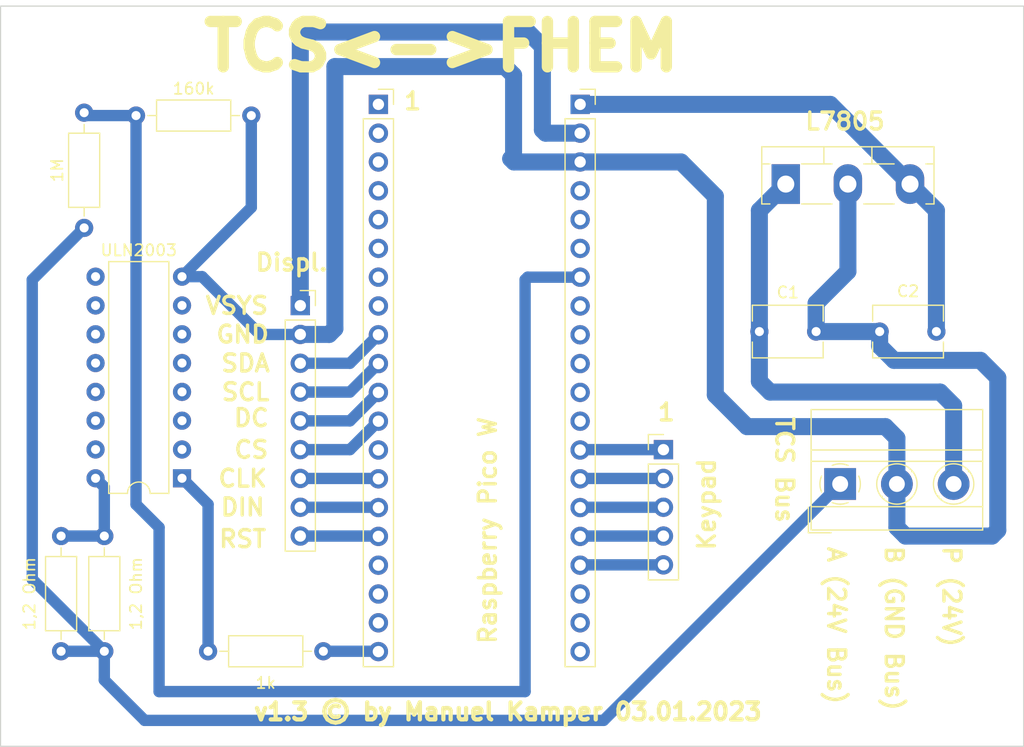
<source format=kicad_pcb>
(kicad_pcb (version 20211014) (generator pcbnew)
  (layers (0 "F.Cu" signal) (31 "B.Cu" signal) (34 "B.Paste" user) (35 "F.Paste" user) (36 "B.SilkS" user "B.Silkscreen") (37 "F.SilkS" user "F.Silkscreen") (38 "B.Mask" user) (39 "F.Mask" user) (44 "Edge.Cuts" user))
  (net 0 "")
  (net 1 "+24V")
  (net 2 "GND")
  (net 3 "Net-(C2-Pad1)")
  (net 10 "Net-(J5-Pad3)")
  (net 17 "Net-(J1-Pad1)")
  (net 26 "Net-(J3-Pad13)")
  (net 27 "Net-(J3-Pad14)")
  (net 28 "Net-(J3-Pad15)")
  (net 29 "Net-(J3-Pad16)")
  (net 30 "Net-(J3-Pad17)")
  (net 31 "Net-(J5-Pad4)")
  (net 32 "Net-(J5-Pad5)")
  (net 33 "Net-(J5-Pad6)")
  (net 34 "unconnected-(J2-Pad13)")
  (net 35 "Net-(J5-Pad7)")
  (net 36 "Net-(J5-Pad8)")
  (net 37 "Net-(J5-Pad9)")
  (net 38 "Net-(J3-Pad2)")
  (net 54 "Net-(J3-Pad7)")
  (net 55 "Net-(R1-Pad1)")
  (net 56 "Net-(R5-Pad2)")
  (net 57 "Net-(J2-Pad20)")
  (footprint "Connector_PinHeader_2.54mm:PinHeader_1x05_P2.54mm_Vertical" (layer "F.Cu") (at 169.926 97.79)
    (fp_text reference "J4" hide)
    (fp_text value "Keypad" hide)
    (fp_line (start -1.33 11.49) (end 1.33 11.49) (layer "F.SilkS") (width 0.12))
    (fp_line (start 1.33 1.27) (end 1.33 11.49) (layer "F.SilkS") (width 0.12))
    (fp_line (start -1.33 -1.33) (end 0 -1.33) (layer "F.SilkS") (width 0.12))
    (fp_line (start -1.33 1.27) (end 1.33 1.27) (layer "F.SilkS") (width 0.12))
    (fp_line (start -1.33 0) (end -1.33 -1.33) (layer "F.SilkS") (width 0.12))
    (fp_line (start -1.33 1.27) (end -1.33 11.49) (layer "F.SilkS") (width 0.12))
    (pad "1" thru_hole rect (at 0 0) (size 1.7 1.7) (drill 1) (layers *.Cu *.Mask) (net 26 "Net-(J3-Pad13)"))
    (pad "2" thru_hole oval (at 0 2.54) (size 1.7 1.7) (drill 1) (layers *.Cu *.Mask) (net 27 "Net-(J3-Pad14)"))
    (pad "3" thru_hole oval (at 0 5.08) (size 1.7 1.7) (drill 1) (layers *.Cu *.Mask) (net 28 "Net-(J3-Pad15)"))
    (pad "4" thru_hole oval (at 0 7.62) (size 1.7 1.7) (drill 1) (layers *.Cu *.Mask) (net 29 "Net-(J3-Pad16)"))
    (pad "5" thru_hole oval (at 0 10.16) (size 1.7 1.7) (drill 1) (layers *.Cu *.Mask) (net 30 "Net-(J3-Pad17)"))
  )
  (footprint "Capacitor_THT:C_Disc_D6.0mm_W4.4mm_P5.00mm" (layer "F.Cu") (at 178.381631 87.376)
    (fp_text reference "C1" (at 2.5 -3.45) (layer "F.SilkS"))
    (fp_text value "0,22µF" hide)
    (fp_line (start -0.62 2.321) (end 5.62 2.321) (layer "F.SilkS") (width 0.12))
    (fp_line (start 5.62 -2.321) (end 5.62 -0.925) (layer "F.SilkS") (width 0.12))
    (fp_line (start 5.62 0.925) (end 5.62 2.321) (layer "F.SilkS") (width 0.12))
    (fp_line (start -0.62 -2.321) (end -0.62 -0.925) (layer "F.SilkS") (width 0.12))
    (fp_line (start -0.62 -2.321) (end 5.62 -2.321) (layer "F.SilkS") (width 0.12))
    (fp_line (start -0.62 0.925) (end -0.62 2.321) (layer "F.SilkS") (width 0.12))
    (pad "1" thru_hole circle (at 0 0) (size 1.6 1.6) (drill 0.8) (layers *.Cu *.Mask) (net 1 "+24V"))
    (pad "2" thru_hole circle (at 5 0) (size 1.6 1.6) (drill 0.8) (layers *.Cu *.Mask) (net 2 "GND"))
  )
  (footprint "TerminalBlock_MetzConnect:TerminalBlock_MetzConnect_Type011_RT05503HBWC_1x03_P5.00mm_Horizontal" (layer "F.Cu") (at 185.5 100.818)
    (fp_text reference "J1" hide)
    (fp_text value "TCS In" hide)
    (fp_line (start -2.56 4.06) (end 12.56 4.06) (layer "F.SilkS") (width 0.12))
    (fp_line (start 12.56 -6.56) (end 12.56 4.06) (layer "F.SilkS") (width 0.12))
    (fp_line (start 11.133 -1.35) (end 11.108 -1.326) (layer "F.SilkS") (width 0.12))
    (fp_line (start 6.35 -1.133) (end 6.301 -1.083) (layer "F.SilkS") (width 0.12))
    (fp_line (start -2.56 -3) (end 12.56 -3) (layer "F.SilkS") (width 0.12))
    (fp_line (start -2.8 2.06) (end -2.8 4.3) (layer "F.SilkS") (width 0.12))
    (fp_line (start 8.7 1.083) (end 8.65 1.133) (layer "F.SilkS") (width 0.12))
    (fp_line (start -2.56 2) (end 12.56 2) (layer "F.SilkS") (width 0.12))
    (fp_line (start -2.56 -2) (end 12.56 -2) (layer "F.SilkS") (width 0.12))
    (fp_line (start 6.133 -1.35) (end 6.108 -1.326) (layer "F.SilkS") (width 0.12))
    (fp_line (start -2.8 4.3) (end -0.8 4.3) (layer "F.SilkS") (width 0.12))
    (fp_line (start -2.56 -6.56) (end -2.56 4.06) (layer "F.SilkS") (width 0.12))
    (fp_line (start -2.56 -6.56) (end 12.56 -6.56) (layer "F.SilkS") (width 0.12))
    (fp_line (start 3.7 1.083) (end 3.65 1.133) (layer "F.SilkS") (width 0.12))
    (fp_line (start 11.35 -1.133) (end 11.301 -1.083) (layer "F.SilkS") (width 0.12))
    (fp_line (start 3.892 1.325) (end 3.868 1.35) (layer "F.SilkS") (width 0.12))
    (fp_line (start 8.892 1.325) (end 8.868 1.35) (layer "F.SilkS") (width 0.12))
    (fp_arc (start -0.695516 -1.639206) (mid 0.000263 -1.780657) (end 0.696 -1.639) (layer "F.SilkS") (width 0.12))
    (fp_arc (start 1.639206 -0.695516) (mid 1.780657 0.000263) (end 1.639 0.696) (layer "F.SilkS") (width 0.12))
    (fp_arc (start -1.639206 0.695516) (mid -1.780657 -0.000263) (end -1.639 -0.696) (layer "F.SilkS") (width 0.12))
    (fp_arc (start 0.030814 1.78039) (mid -0.340023 1.747891) (end -0.696 1.639) (layer "F.SilkS") (width 0.12))
    (fp_arc (start 0.695501 1.638499) (mid 0.354875 1.744266) (end 0 1.78) (layer "F.SilkS") (width 0.12))
    (fp_circle (center 10 0) (end 11.78 0) (layer "F.SilkS") (width 0.12) (fill none))
    (fp_circle (center 5 0) (end 6.78 0) (layer "F.SilkS") (width 0.12) (fill none))
    (pad "1" thru_hole rect (at 0 0) (size 2.8 2.8) (drill 1.4) (layers *.Cu *.Mask) (net 17 "Net-(J1-Pad1)"))
    (pad "2" thru_hole circle (at 5 0) (size 2.8 2.8) (drill 1.4) (layers *.Cu *.Mask) (net 2 "GND"))
    (pad "3" thru_hole circle (at 10 0) (size 2.8 2.8) (drill 1.4) (layers *.Cu *.Mask) (net 1 "+24V"))
  )
  (footprint "Resistor_THT:R_Axial_DIN0207_L6.3mm_D2.5mm_P10.16mm_Horizontal" (layer "F.Cu") (at 133.604 68.326 180)
    (fp_text reference "R4" hide)
    (fp_text value "160k" (at 5.08 2.37) (layer "F.SilkS"))
    (fp_line (start 1.81 1.37) (end 8.35 1.37) (layer "F.SilkS") (width 0.12))
    (fp_line (start 8.35 -1.37) (end 1.81 -1.37) (layer "F.SilkS") (width 0.12))
    (fp_line (start 8.35 1.37) (end 8.35 -1.37) (layer "F.SilkS") (width 0.12))
    (fp_line (start 1.04 0) (end 1.81 0) (layer "F.SilkS") (width 0.12))
    (fp_line (start 9.12 0) (end 8.35 0) (layer "F.SilkS") (width 0.12))
    (fp_line (start 1.81 -1.37) (end 1.81 1.37) (layer "F.SilkS") (width 0.12))
    (pad "1" thru_hole circle (at 0 0 180) (size 1.6 1.6) (drill 0.8) (layers *.Cu *.Mask) (net 2 "GND"))
    (pad "2" thru_hole oval (at 10.16 0 180) (size 1.6 1.6) (drill 0.8) (layers *.Cu *.Mask) (net 54 "Net-(J3-Pad7)"))
  )
  (footprint "Connector_PinSocket_2.54mm:PinSocket_1x20_P2.54mm_Vertical" (layer "F.Cu") (at 162.585 67.34)
    (fp_text reference "J3" hide)
    (fp_text value "Conn_01x20_Male" hide)
    (fp_line (start -1.33 49.59) (end 1.33 49.59) (layer "F.SilkS") (width 0.12))
    (fp_line (start 0 -1.33) (end 1.33 -1.33) (layer "F.SilkS") (width 0.12))
    (fp_line (start -1.33 1.27) (end 1.33 1.27) (layer "F.SilkS") (width 0.12))
    (fp_line (start 1.33 -1.33) (end 1.33 0) (layer "F.SilkS") (width 0.12))
    (fp_line (start -1.33 1.27) (end -1.33 49.59) (layer "F.SilkS") (width 0.12))
    (fp_line (start 1.33 1.27) (end 1.33 49.59) (layer "F.SilkS") (width 0.12))
    (pad "1" thru_hole rect (at 0 0) (size 1.7 1.7) (drill 1) (layers *.Cu *.Mask) (net 3 "Net-(C2-Pad1)"))
    (pad "2" thru_hole oval (at 0 2.54) (size 1.7 1.7) (drill 1) (layers *.Cu *.Mask) (net 38 "Net-(J3-Pad2)"))
    (pad "3" thru_hole oval (at 0 5.08) (size 1.7 1.7) (drill 1) (layers *.Cu *.Mask) (net 2 "GND"))
    (pad "4" thru_hole oval (at 0 7.62) (size 1.7 1.7) (drill 1) (layers *.Cu *.Mask))
    (pad "5" thru_hole oval (at 0 10.16) (size 1.7 1.7) (drill 1) (layers *.Cu *.Mask))
    (pad "6" thru_hole oval (at 0 12.7) (size 1.7 1.7) (drill 1) (layers *.Cu *.Mask))
    (pad "7" thru_hole oval (at 0 15.24) (size 1.7 1.7) (drill 1) (layers *.Cu *.Mask) (net 54 "Net-(J3-Pad7)"))
    (pad "8" thru_hole oval (at 0 17.78) (size 1.7 1.7) (drill 1) (layers *.Cu *.Mask))
    (pad "9" thru_hole oval (at 0 20.32) (size 1.7 1.7) (drill 1) (layers *.Cu *.Mask))
    (pad "10" thru_hole oval (at 0 22.86) (size 1.7 1.7) (drill 1) (layers *.Cu *.Mask))
    (pad "11" thru_hole oval (at 0 25.4) (size 1.7 1.7) (drill 1) (layers *.Cu *.Mask))
    (pad "12" thru_hole oval (at 0 27.94) (size 1.7 1.7) (drill 1) (layers *.Cu *.Mask))
    (pad "13" thru_hole oval (at 0 30.48) (size 1.7 1.7) (drill 1) (layers *.Cu *.Mask) (net 26 "Net-(J3-Pad13)"))
    (pad "14" thru_hole oval (at 0 33.02) (size 1.7 1.7) (drill 1) (layers *.Cu *.Mask) (net 27 "Net-(J3-Pad14)"))
    (pad "15" thru_hole oval (at 0 35.56) (size 1.7 1.7) (drill 1) (layers *.Cu *.Mask) (net 28 "Net-(J3-Pad15)"))
    (pad "16" thru_hole oval (at 0 38.1) (size 1.7 1.7) (drill 1) (layers *.Cu *.Mask) (net 29 "Net-(J3-Pad16)"))
    (pad "17" thru_hole oval (at 0 40.64) (size 1.7 1.7) (drill 1) (layers *.Cu *.Mask) (net 30 "Net-(J3-Pad17)"))
    (pad "18" thru_hole oval (at 0 43.18) (size 1.7 1.7) (drill 1) (layers *.Cu *.Mask))
    (pad "19" thru_hole oval (at 0 45.72) (size 1.7 1.7) (drill 1) (layers *.Cu *.Mask))
    (pad "20" thru_hole oval (at 0 48.26) (size 1.7 1.7) (drill 1) (layers *.Cu *.Mask))
  )
  (footprint "Package_TO_SOT_THT:TO-218-3_Vertical" (layer "F.Cu") (at 180.707 74.37)
    (fp_text reference "U1" hide)
    (fp_text value "L7805" hide)
    (fp_line (start 13.065 -3.29) (end 13.065 1.75) (layer "F.SilkS") (width 0.12))
    (fp_line (start 7.59 -3.29) (end 7.59 -1.78) (layer "F.SilkS") (width 0.12))
    (fp_line (start 1.4 1.75) (end 4.075 1.75) (layer "F.SilkS") (width 0.12))
    (fp_line (start 3.36 -3.29) (end 3.36 -1.78) (layer "F.SilkS") (width 0.12))
    (fp_line (start 12.35 1.75) (end 13.065 1.75) (layer "F.SilkS") (width 0.12))
    (fp_line (start -2.115 -1.78) (end -1.4 -1.78) (layer "F.SilkS") (width 0.12))
    (fp_line (start 6.875 1.75) (end 9.55 1.75) (layer "F.SilkS") (width 0.12))
    (fp_line (start 1.4 -1.78) (end 4.075 -1.78) (layer "F.SilkS") (width 0.12))
    (fp_line (start 6.875 -1.78) (end 9.55 -1.78) (layer "F.SilkS") (width 0.12))
    (fp_line (start -2.115 -3.29) (end 13.065 -3.29) (layer "F.SilkS") (width 0.12))
    (fp_line (start -2.115 -3.29) (end -2.115 1.75) (layer "F.SilkS") (width 0.12))
    (fp_line (start 12.35 -1.78) (end 13.065 -1.78) (layer "F.SilkS") (width 0.12))
    (fp_line (start -2.115 1.75) (end -1.4 1.75) (layer "F.SilkS") (width 0.12))
    (pad "1" thru_hole rect (at 0 0) (size 2.5 3.5) (drill 1.5) (layers *.Cu *.Mask) (net 1 "+24V"))
    (pad "2" thru_hole oval (at 5.475 0) (size 2.5 3.5) (drill 1.5) (layers *.Cu *.Mask) (net 2 "GND"))
    (pad "3" thru_hole oval (at 10.95 0) (size 2.5 3.5) (drill 1.5) (layers *.Cu *.Mask) (net 3 "Net-(C2-Pad1)"))
  )
  (footprint "Capacitor_THT:C_Disc_D6.0mm_W4.4mm_P5.00mm" (layer "F.Cu") (at 193.982369 87.376 180)
    (fp_text reference "C2" (at 2.5 3.556 180) (layer "F.SilkS"))
    (fp_text value "0,1µF" hide)
    (fp_line (start 5.62 0.925) (end 5.62 2.321) (layer "F.SilkS") (width 0.12))
    (fp_line (start -0.62 0.925) (end -0.62 2.321) (layer "F.SilkS") (width 0.12))
    (fp_line (start -0.62 -2.321) (end -0.62 -0.925) (layer "F.SilkS") (width 0.12))
    (fp_line (start -0.62 -2.321) (end 5.62 -2.321) (layer "F.SilkS") (width 0.12))
    (fp_line (start 5.62 -2.321) (end 5.62 -0.925) (layer "F.SilkS") (width 0.12))
    (fp_line (start -0.62 2.321) (end 5.62 2.321) (layer "F.SilkS") (width 0.12))
    (pad "1" thru_hole circle (at 0 0 180) (size 1.6 1.6) (drill 0.8) (layers *.Cu *.Mask) (net 3 "Net-(C2-Pad1)"))
    (pad "2" thru_hole circle (at 5 0 180) (size 1.6 1.6) (drill 0.8) (layers *.Cu *.Mask) (net 2 "GND"))
  )
  (footprint "Connector_PinSocket_2.54mm:PinSocket_1x20_P2.54mm_Vertical" (layer "F.Cu") (at 144.805 67.34)
    (fp_text reference "J2" hide)
    (fp_text value "Conn_01x20_Male" hide)
    (fp_line (start 0 -1.33) (end 1.33 -1.33) (layer "F.SilkS") (width 0.12))
    (fp_line (start -1.33 1.27) (end -1.33 49.59) (layer "F.SilkS") (width 0.12))
    (fp_line (start 1.33 -1.33) (end 1.33 0) (layer "F.SilkS") (width 0.12))
    (fp_line (start 1.33 1.27) (end 1.33 49.59) (layer "F.SilkS") (width 0.12))
    (fp_line (start -1.33 49.59) (end 1.33 49.59) (layer "F.SilkS") (width 0.12))
    (fp_line (start -1.33 1.27) (end 1.33 1.27) (layer "F.SilkS") (width 0.12))
    (pad "1" thru_hole rect (at 0 0) (size 1.7 1.7) (drill 1) (layers *.Cu *.Mask))
    (pad "2" thru_hole oval (at 0 2.54) (size 1.7 1.7) (drill 1) (layers *.Cu *.Mask))
    (pad "3" thru_hole oval (at 0 5.08) (size 1.7 1.7) (drill 1) (layers *.Cu *.Mask))
    (pad "4" thru_hole oval (at 0 7.62) (size 1.7 1.7) (drill 1) (layers *.Cu *.Mask))
    (pad "5" thru_hole oval (at 0 10.16) (size 1.7 1.7) (drill 1) (layers *.Cu *.Mask))
    (pad "6" thru_hole oval (at 0 12.7) (size 1.7 1.7) (drill 1) (layers *.Cu *.Mask))
    (pad "7" thru_hole oval (at 0 15.24) (size 1.7 1.7) (drill 1) (layers *.Cu *.Mask))
    (pad "8" thru_hole oval (at 0 17.78) (size 1.7 1.7) (drill 1) (layers *.Cu *.Mask))
    (pad "9" thru_hole oval (at 0 20.32) (size 1.7 1.7) (drill 1) (layers *.Cu *.Mask) (net 10 "Net-(J5-Pad3)"))
    (pad "10" thru_hole oval (at 0 22.86) (size 1.7 1.7) (drill 1) (layers *.Cu *.Mask) (net 31 "Net-(J5-Pad4)"))
    (pad "11" thru_hole oval (at 0 25.4) (size 1.7 1.7) (drill 1) (layers *.Cu *.Mask) (net 32 "Net-(J5-Pad5)"))
    (pad "12" thru_hole oval (at 0 27.94) (size 1.7 1.7) (drill 1) (layers *.Cu *.Mask) (net 33 "Net-(J5-Pad6)"))
    (pad "13" thru_hole oval (at 0 30.48) (size 1.7 1.7) (drill 1) (layers *.Cu *.Mask) (net 34 "unconnected-(J2-Pad13)"))
    (pad "14" thru_hole oval (at 0 33.02) (size 1.7 1.7) (drill 1) (layers *.Cu *.Mask) (net 35 "Net-(J5-Pad7)"))
    (pad "15" thru_hole oval (at 0 35.56) (size 1.7 1.7) (drill 1) (layers *.Cu *.Mask) (net 36 "Net-(J5-Pad8)"))
    (pad "16" thru_hole oval (at 0 38.1) (size 1.7 1.7) (drill 1) (layers *.Cu *.Mask) (net 37 "Net-(J5-Pad9)"))
    (pad "17" thru_hole oval (at 0 40.64) (size 1.7 1.7) (drill 1) (layers *.Cu *.Mask))
    (pad "18" thru_hole oval (at 0 43.18) (size 1.7 1.7) (drill 1) (layers *.Cu *.Mask))
    (pad "19" thru_hole oval (at 0 45.72) (size 1.7 1.7) (drill 1) (layers *.Cu *.Mask))
    (pad "20" thru_hole oval (at 0 48.26) (size 1.7 1.7) (drill 1) (layers *.Cu *.Mask) (net 57 "Net-(J2-Pad20)"))
  )
  (footprint "Package_DIP:DIP-16_W7.62mm" (layer "F.Cu") (at 127.498 100.315 180)
    (fp_text reference "U2" hide)
    (fp_text value "ULN2003" (at 3.81 20.11) (layer "F.SilkS"))
    (fp_line (start 6.46 -1.33) (end 4.81 -1.33) (layer "F.SilkS") (width 0.12))
    (fp_line (start 1.16 19.11) (end 6.46 19.11) (layer "F.SilkS") (width 0.12))
    (fp_line (start 6.46 19.11) (end 6.46 -1.33) (layer "F.SilkS") (width 0.12))
    (fp_line (start 2.81 -1.33) (end 1.16 -1.33) (layer "F.SilkS") (width 0.12))
    (fp_line (start 1.16 -1.33) (end 1.16 19.11) (layer "F.SilkS") (width 0.12))
    (fp_arc (start 4.81 -1.33) (mid 3.81 -0.33) (end 2.81 -1.33) (layer "F.SilkS") (width 0.12))
    (pad "1" thru_hole rect (at 0 0 180) (size 1.6 1.6) (drill 0.8) (layers *.Cu *.Mask) (net 56 "Net-(R5-Pad2)"))
    (pad "2" thru_hole oval (at 0 2.54 180) (size 1.6 1.6) (drill 0.8) (layers *.Cu *.Mask))
    (pad "3" thru_hole oval (at 0 5.08 180) (size 1.6 1.6) (drill 0.8) (layers *.Cu *.Mask))
    (pad "4" thru_hole oval (at 0 7.62 180) (size 1.6 1.6) (drill 0.8) (layers *.Cu *.Mask))
    (pad "5" thru_hole oval (at 0 10.16 180) (size 1.6 1.6) (drill 0.8) (layers *.Cu *.Mask))
    (pad "6" thru_hole oval (at 0 12.7 180) (size 1.6 1.6) (drill 0.8) (layers *.Cu *.Mask))
    (pad "7" thru_hole oval (at 0 15.24 180) (size 1.6 1.6) (drill 0.8) (layers *.Cu *.Mask))
    (pad "8" thru_hole oval (at 0 17.78 180) (size 1.6 1.6) (drill 0.8) (layers *.Cu *.Mask) (net 2 "GND"))
    (pad "9" thru_hole oval (at 7.62 17.78 180) (size 1.6 1.6) (drill 0.8) (layers *.Cu *.Mask))
    (pad "10" thru_hole oval (at 7.62 15.24 180) (size 1.6 1.6) (drill 0.8) (layers *.Cu *.Mask))
    (pad "11" thru_hole oval (at 7.62 12.7 180) (size 1.6 1.6) (drill 0.8) (layers *.Cu *.Mask))
    (pad "12" thru_hole oval (at 7.62 10.16 180) (size 1.6 1.6) (drill 0.8) (layers *.Cu *.Mask))
    (pad "13" thru_hole oval (at 7.62 7.62 180) (size 1.6 1.6) (drill 0.8) (layers *.Cu *.Mask))
    (pad "14" thru_hole oval (at 7.62 5.08 180) (size 1.6 1.6) (drill 0.8) (layers *.Cu *.Mask))
    (pad "15" thru_hole oval (at 7.62 2.54 180) (size 1.6 1.6) (drill 0.8) (layers *.Cu *.Mask))
    (pad "16" thru_hole oval (at 7.62 0 180) (size 1.6 1.6) (drill 0.8) (layers *.Cu *.Mask) (net 55 "Net-(R1-Pad1)"))
  )
  (footprint "Resistor_THT:R_Axial_DIN0207_L6.3mm_D2.5mm_P10.16mm_Horizontal" (layer "F.Cu") (at 120.65 105.41 -90)
    (fp_text reference "R1" hide)
    (fp_text value "1,2 Ohm" (at 5.08 -2.794 -270) (layer "F.SilkS"))
    (fp_line (start 1.81 -1.37) (end 1.81 1.37) (layer "F.SilkS") (width 0.12))
    (fp_line (start 1.81 1.37) (end 8.35 1.37) (layer "F.SilkS") (width 0.12))
    (fp_line (start 1.04 0) (end 1.81 0) (layer "F.SilkS") (width 0.12))
    (fp_line (start 9.12 0) (end 8.35 0) (layer "F.SilkS") (width 0.12))
    (fp_line (start 8.35 -1.37) (end 1.81 -1.37) (layer "F.SilkS") (width 0.12))
    (fp_line (start 8.35 1.37) (end 8.35 -1.37) (layer "F.SilkS") (width 0.12))
    (pad "1" thru_hole circle (at 0 0 270) (size 1.6 1.6) (drill 0.8) (layers *.Cu *.Mask) (net 55 "Net-(R1-Pad1)"))
    (pad "2" thru_hole oval (at 10.16 0 270) (size 1.6 1.6) (drill 0.8) (layers *.Cu *.Mask) (net 17 "Net-(J1-Pad1)"))
  )
  (footprint "Connector_PinSocket_2.54mm:PinSocket_1x09_P2.54mm_Vertical" (layer "F.Cu") (at 137.922 85.09)
    (fp_text reference "J5" hide)
    (fp_text value "Display" hide)
    (fp_line (start 0 -1.33) (end 1.33 -1.33) (layer "F.SilkS") (width 0.12))
    (fp_line (start 1.33 -1.33) (end 1.33 0) (layer "F.SilkS") (width 0.12))
    (fp_line (start -1.33 1.27) (end 1.33 1.27) (layer "F.SilkS") (width 0.12))
    (fp_line (start -1.33 21.65) (end 1.33 21.65) (layer "F.SilkS") (width 0.12))
    (fp_line (start -1.33 1.27) (end -1.33 21.65) (layer "F.SilkS") (width 0.12))
    (fp_line (start 1.33 1.27) (end 1.33 21.65) (layer "F.SilkS") (width 0.12))
    (pad "1" thru_hole rect (at 0 0) (size 1.7 1.7) (drill 1) (layers *.Cu *.Mask) (net 38 "Net-(J3-Pad2)"))
    (pad "2" thru_hole oval (at 0 2.54) (size 1.7 1.7) (drill 1) (layers *.Cu *.Mask) (net 2 "GND"))
    (pad "3" thru_hole oval (at 0 5.08) (size 1.7 1.7) (drill 1) (layers *.Cu *.Mask) (net 10 "Net-(J5-Pad3)"))
    (pad "4" thru_hole oval (at 0 7.62) (size 1.7 1.7) (drill 1) (layers *.Cu *.Mask) (net 31 "Net-(J5-Pad4)"))
    (pad "5" thru_hole oval (at 0 10.16) (size 1.7 1.7) (drill 1) (layers *.Cu *.Mask) (net 32 "Net-(J5-Pad5)"))
    (pad "6" thru_hole oval (at 0 12.7) (size 1.7 1.7) (drill 1) (layers *.Cu *.Mask) (net 33 "Net-(J5-Pad6)"))
    (pad "7" thru_hole oval (at 0 15.24) (size 1.7 1.7) (drill 1) (layers *.Cu *.Mask) (net 35 "Net-(J5-Pad7)"))
    (pad "8" thru_hole oval (at 0 17.78) (size 1.7 1.7) (drill 1) (layers *.Cu *.Mask) (net 36 "Net-(J5-Pad8)"))
    (pad "9" thru_hole oval (at 0 20.32) (size 1.7 1.7) (drill 1) (layers *.Cu *.Mask) (net 37 "Net-(J5-Pad9)"))
  )
  (footprint "Resistor_THT:R_Axial_DIN0207_L6.3mm_D2.5mm_P10.16mm_Horizontal" (layer "F.Cu") (at 118.872 68.072 -90)
    (fp_text reference "R3" hide)
    (fp_text value "1M" (at 5.08 2.37 90) (layer "F.SilkS"))
    (fp_line (start 8.35 -1.37) (end 1.81 -1.37) (layer "F.SilkS") (width 0.12))
    (fp_line (start 9.12 0) (end 8.35 0) (layer "F.SilkS") (width 0.12))
    (fp_line (start 1.81 -1.37) (end 1.81 1.37) (layer "F.SilkS") (width 0.12))
    (fp_line (start 8.35 1.37) (end 8.35 -1.37) (layer "F.SilkS") (width 0.12))
    (fp_line (start 1.04 0) (end 1.81 0) (layer "F.SilkS") (width 0.12))
    (fp_line (start 1.81 1.37) (end 8.35 1.37) (layer "F.SilkS") (width 0.12))
    (pad "1" thru_hole circle (at 0 0 270) (size 1.6 1.6) (drill 0.8) (layers *.Cu *.Mask) (net 54 "Net-(J3-Pad7)"))
    (pad "2" thru_hole oval (at 10.16 0 270) (size 1.6 1.6) (drill 0.8) (layers *.Cu *.Mask) (net 17 "Net-(J1-Pad1)"))
  )
  (footprint "Resistor_THT:R_Axial_DIN0207_L6.3mm_D2.5mm_P10.16mm_Horizontal" (layer "F.Cu") (at 139.954 115.57 180)
    (fp_text reference "R5" hide)
    (fp_text value "1k" (at 5.08 -2.794) (layer "F.SilkS"))
    (fp_line (start 9.12 0) (end 8.35 0) (layer "F.SilkS") (width 0.12))
    (fp_line (start 1.04 0) (end 1.81 0) (layer "F.SilkS") (width 0.12))
    (fp_line (start 8.35 -1.37) (end 1.81 -1.37) (layer "F.SilkS") (width 0.12))
    (fp_line (start 8.35 1.37) (end 8.35 -1.37) (layer "F.SilkS") (width 0.12))
    (fp_line (start 1.81 -1.37) (end 1.81 1.37) (layer "F.SilkS") (width 0.12))
    (fp_line (start 1.81 1.37) (end 8.35 1.37) (layer "F.SilkS") (width 0.12))
    (pad "1" thru_hole circle (at 0 0 180) (size 1.6 1.6) (drill 0.8) (layers *.Cu *.Mask) (net 57 "Net-(J2-Pad20)"))
    (pad "2" thru_hole oval (at 10.16 0 180) (size 1.6 1.6) (drill 0.8) (layers *.Cu *.Mask) (net 56 "Net-(R5-Pad2)"))
  )
  (footprint "Resistor_THT:R_Axial_DIN0207_L6.3mm_D2.5mm_P10.16mm_Horizontal" (layer "F.Cu") (at 116.84 105.41 -90)
    (fp_text reference "R2" hide)
    (fp_text value "1,2 Ohm" (at 5.08 2.794 -270) (layer "F.SilkS"))
    (fp_line (start 8.35 1.37) (end 8.35 -1.37) (layer "F.SilkS") (width 0.12))
    (fp_line (start 1.04 0) (end 1.81 0) (layer "F.SilkS") (width 0.12))
    (fp_line (start 8.35 -1.37) (end 1.81 -1.37) (layer "F.SilkS") (width 0.12))
    (fp_line (start 1.81 -1.37) (end 1.81 1.37) (layer "F.SilkS") (width 0.12))
    (fp_line (start 1.81 1.37) (end 8.35 1.37) (layer "F.SilkS") (width 0.12))
    (fp_line (start 9.12 0) (end 8.35 0) (layer "F.SilkS") (width 0.12))
    (pad "1" thru_hole circle (at 0 0 270) (size 1.6 1.6) (drill 0.8) (layers *.Cu *.Mask) (net 55 "Net-(R1-Pad1)"))
    (pad "2" thru_hole oval (at 10.16 0 270) (size 1.6 1.6) (drill 0.8) (layers *.Cu *.Mask) (net 17 "Net-(J1-Pad1)"))
  )
  (gr_rect (start 111.506 58.674) (end 201.676 123.952) (layer "Edge.Cuts") (width 0.1) (fill none))
  (gr_text "L7805" (at 185.928 68.834) (layer "F.SilkS") (effects (font (size 1.5 1.5) (thickness 0.3))))
  (gr_text "A (24V Bus)" (at 185.166 113.284 -90) (layer "F.SilkS") (effects (font (size 1.5 1.5) (thickness 0.3))))
  (gr_text "VSYS" (at 132.334 85.09) (layer "F.SilkS") (effects (font (size 1.5 1.5) (thickness 0.3))))
  (gr_text "1" (at 147.828 67.056) (layer "F.SilkS") (effects (font (size 1.5 1.5) (thickness 0.3))))
  (gr_text "P (24V)" (at 195.326 110.744 -90) (layer "F.SilkS") (effects (font (size 1.5 1.5) (thickness 0.3))))
  (gr_text "DIN" (at 132.842 102.87) (layer "F.SilkS") (effects (font (size 1.5 1.5) (thickness 0.3))))
  (gr_text "CS" (at 133.604 97.79) (layer "F.SilkS") (effects (font (size 1.5 1.5) (thickness 0.3))))
  (gr_text "CLK" (at 132.842 100.33) (layer "F.SilkS") (effects (font (size 1.5 1.5) (thickness 0.3))))
  (gr_text "Keypad" (at 173.736 102.616 90) (layer "F.SilkS") (effects (font (size 1.5 1.5) (thickness 0.3))))
  (gr_text "v1.3 © by Manuel Kamper 03.01.2023" (at 156.21 120.904) (layer "F.SilkS") (effects (font (size 1.5 1.5) (thickness 0.375))))
  (gr_text "GND" (at 132.842 87.63) (layer "F.SilkS") (effects (font (size 1.5 1.5) (thickness 0.3))))
  (gr_text "Raspberry Pico W" (at 154.432 104.902 90) (layer "F.SilkS") (effects (font (size 1.5 1.5) (thickness 0.3))))
  (gr_text "SDA" (at 133.096 90.17) (layer "F.SilkS") (effects (font (size 1.5 1.5) (thickness 0.3))))
  (gr_text "RST" (at 132.842 105.664) (layer "F.SilkS") (effects (font (size 1.5 1.5) (thickness 0.3))))
  (gr_text "TCS Bus" (at 180.594 99.568 -90) (layer "F.SilkS") (effects (font (size 1.5 1.5) (thickness 0.3))))
  (gr_text "1" (at 170.18 94.488) (layer "F.SilkS") (effects (font (size 1.5 1.5) (thickness 0.3))))
  (gr_text "B (GND Bus)" (at 190.246 113.538 -90) (layer "F.SilkS") (effects (font (size 1.5 1.5) (thickness 0.3))))
  (gr_text "DC" (at 133.604 94.996) (layer "F.SilkS") (effects (font (size 1.5 1.5) (thickness 0.3))))
  (gr_text "TCS<->FHEM" (at 150.368 62.23) (layer "F.SilkS") (effects (font (size 4 4) (thickness 1))))
  (gr_text "Displ." (at 137.16 81.28) (layer "F.SilkS") (effects (font (size 1.5 1.5) (thickness 0.3))))
  (gr_text "SCL" (at 133.096 92.71) (layer "F.SilkS") (effects (font (size 1.5 1.5) (thickness 0.3))))
  (segment (start 179.324 92.71) (end 194.31 92.71) (width 1.5) (layer "B.Cu") (net 1))
  (segment (start 195.5 93.9) (end 195.5 100.818) (width 1.5) (layer "B.Cu") (net 1))
  (segment (start 194.31 92.71) (end 195.5 93.9) (width 1.5) (layer "B.Cu") (net 1))
  (segment (start 178.381631 91.767631) (end 179.324 92.71) (width 1.5) (layer "B.Cu") (net 1))
  (segment (start 178.381631 76.695369) (end 180.707 74.37) (width 1.5) (layer "B.Cu") (net 1))
  (segment (start 178.381631 87.376) (end 178.381631 76.695369) (width 1.5) (layer "B.Cu") (net 1))
  (segment (start 178.381631 87.376) (end 178.381631 91.767631) (width 1.5) (layer "B.Cu") (net 1))
  (segment (start 171.48 72.42) (end 174.498 75.438) (width 1.5) (layer "B.Cu") (net 2))
  (segment (start 137.922 87.63) (end 140.462 87.63) (width 1.5) (layer "B.Cu") (net 2))
  (segment (start 137.429 88.123) (end 137.922 87.63) (width 0.25) (layer "B.Cu") (net 2))
  (segment (start 190.5 100.818) (end 190.5 104.648) (width 1.5) (layer "B.Cu") (net 2))
  (segment (start 140.97 64.008) (end 155.956 64.008) (width 1.5) (layer "B.Cu") (net 2))
  (segment (start 174.498 75.438) (end 174.498 92.964) (width 1.5) (layer "B.Cu") (net 2))
  (segment (start 199.39 91.44) (end 197.866 89.916) (width 1.5) (layer "B.Cu") (net 2))
  (segment (start 190.5 104.648) (end 191.262 105.41) (width 1.5) (layer "B.Cu") (net 2))
  (segment (start 188.982369 88.652369) (end 188.982369 87.376) (width 1.5) (layer "B.Cu") (net 2))
  (segment (start 140.462 87.63) (end 140.97 87.122) (width 1.5) (layer "B.Cu") (net 2))
  (segment (start 191.262 105.41) (end 198.882 105.41) (width 1.5) (layer "B.Cu") (net 2))
  (segment (start 197.866 89.916) (end 190.246 89.916) (width 1.5) (layer "B.Cu") (net 2))
  (segment (start 162.585 72.42) (end 171.48 72.42) (width 1.5) (layer "B.Cu") (net 2))
  (segment (start 156.718 71.882) (end 156.464 72.136) (width 1.5) (layer "B.Cu") (net 2))
  (segment (start 127.498 82.535) (end 129.271 82.535) (width 1) (layer "B.Cu") (net 2))
  (segment (start 133.604 76.429) (end 127.498 82.535) (width 1) (layer "B.Cu") (net 2))
  (segment (start 133.604 86.868) (end 134.112 87.376) (width 0.25) (layer "B.Cu") (net 2))
  (segment (start 140.97 87.122) (end 140.97 64.008) (width 1.5) (layer "B.Cu") (net 2))
  (segment (start 129.271 82.535) (end 134.112 87.376) (width 1) (layer "B.Cu") (net 2))
  (segment (start 190.5 96.774) (end 190.5 100.818) (width 1.5) (layer "B.Cu") (net 2))
  (segment (start 183.381631 84.876) (end 186.182 82.075631) (width 1.5) (layer "B.Cu") (net 2))
  (segment (start 188.982369 87.376) (end 183.381631 87.376) (width 1.5) (layer "B.Cu") (net 2))
  (segment (start 199.39 104.902) (end 199.39 91.44) (width 1.5) (layer "B.Cu") (net 2))
  (segment (start 156.718 64.77) (end 156.718 71.882) (width 1.5) (layer "B.Cu") (net 2))
  (segment (start 190.246 89.916) (end 188.982369 88.652369) (width 1.5) (layer "B.Cu") (net 2))
  (segment (start 186.182 74.37) (end 186.182 82.075631) (width 1.5) (layer "B.Cu") (net 2))
  (segment (start 137.922 87.63) (end 134.366 87.63) (width 1) (layer "B.Cu") (net 2))
  (segment (start 156.748 72.42) (end 162.585 72.42) (width 1.5) (layer "B.Cu") (net 2))
  (segment (start 134.366 87.63) (end 134.112 87.376) (width 0.25) (layer "B.Cu") (net 2))
  (segment (start 133.604 68.326) (end 133.604 76.429) (width 1) (layer "B.Cu") (net 2))
  (segment (start 174.498 92.964) (end 177.292 95.758) (width 1.5) (layer "B.Cu") (net 2))
  (segment (start 198.882 105.41) (end 199.39 104.902) (width 1.5) (layer "B.Cu") (net 2))
  (segment (start 156.464 72.136) (end 156.748 72.42) (width 1.5) (layer "B.Cu") (net 2))
  (segment (start 189.484 95.758) (end 190.5 96.774) (width 1.5) (layer "B.Cu") (net 2))
  (segment (start 155.956 64.008) (end 156.718 64.77) (width 1.5) (layer "B.Cu") (net 2))
  (segment (start 177.292 95.758) (end 189.484 95.758) (width 1.5) (layer "B.Cu") (net 2))
  (segment (start 183.381631 87.376) (end 183.381631 84.876) (width 1.5) (layer "B.Cu") (net 2))
  (segment (start 184.627 67.34) (end 162.585 67.34) (width 1.5) (layer "B.Cu") (net 3))
  (segment (start 193.982369 76.695369) (end 191.657 74.37) (width 1.5) (layer "B.Cu") (net 3))
  (segment (start 193.982369 87.376) (end 193.982369 76.695369) (width 1.5) (layer "B.Cu") (net 3))
  (segment (start 191.657 74.37) (end 184.627 67.34) (width 1.5) (layer "B.Cu") (net 3))
  (segment (start 142.295 90.17) (end 144.805 87.66) (width 1) (layer "B.Cu") (net 10))
  (segment (start 137.922 90.17) (end 142.295 90.17) (width 1) (layer "B.Cu") (net 10))
  (segment (start 120.65 115.57) (end 114.3 109.22) (width 1) (layer "B.Cu") (net 17))
  (segment (start 120.65 115.57) (end 120.65 118.11) (width 1) (layer "B.Cu") (net 17))
  (segment (start 114.3 82.804) (end 118.872 78.232) (width 1) (layer "B.Cu") (net 17))
  (segment (start 164.652 121.666) (end 185.5 100.818) (width 1) (layer "B.Cu") (net 17))
  (segment (start 120.65 118.11) (end 124.206 121.666) (width 1) (layer "B.Cu") (net 17))
  (segment (start 124.206 121.666) (end 164.652 121.666) (width 1) (layer "B.Cu") (net 17))
  (segment (start 116.84 115.57) (end 120.65 115.57) (width 1) (layer "B.Cu") (net 17))
  (segment (start 114.3 109.22) (end 114.3 82.804) (width 1) (layer "B.Cu") (net 17))
  (segment (start 162.615 97.79) (end 162.585 97.82) (width 0.25) (layer "B.Cu") (net 26))
  (segment (start 169.926 97.79) (end 162.615 97.79) (width 1) (layer "B.Cu") (net 26))
  (segment (start 162.615 100.33) (end 162.585 100.36) (width 0.25) (layer "B.Cu") (net 27))
  (segment (start 169.926 100.33) (end 162.615 100.33) (width 1) (layer "B.Cu") (net 27))
  (segment (start 162.615 102.87) (end 162.585 102.9) (width 0.25) (layer "B.Cu") (net 28))
  (segment (start 169.926 102.87) (end 162.615 102.87) (width 1) (layer "B.Cu") (net 28))
  (segment (start 169.926 105.41) (end 162.615 105.41) (width 1) (layer "B.Cu") (net 29))
  (segment (start 162.615 105.41) (end 162.585 105.44) (width 0.25) (layer "B.Cu") (net 29))
  (segment (start 169.926 107.95) (end 162.615 107.95) (width 1) (layer "B.Cu") (net 30))
  (segment (start 162.615 107.95) (end 162.585 107.98) (width 0.25) (layer "B.Cu") (net 30))
  (segment (start 142.295 92.71) (end 144.805 90.2) (width 1) (layer "B.Cu") (net 31))
  (segment (start 144.775 90.17) (end 144.805 90.2) (width 0.25) (layer "B.Cu") (net 31))
  (segment (start 137.922 92.71) (end 142.295 92.71) (width 1) (layer "B.Cu") (net 31))
  (segment (start 137.922 95.25) (end 142.295 95.25) (width 1) (layer "B.Cu") (net 32))
  (segment (start 142.295 95.25) (end 144.805 92.74) (width 1) (layer "B.Cu") (net 32))
  (segment (start 144.775 92.71) (end 144.805 92.74) (width 0.25) (layer "B.Cu") (net 32))
  (segment (start 137.922 97.79) (end 142.295 97.79) (width 1) (layer "B.Cu") (net 33))
  (segment (start 142.295 97.79) (end 144.805 95.28) (width 1) (layer "B.Cu") (net 33))
  (segment (start 144.775 95.25) (end 144.805 95.28) (width 0.25) (layer "B.Cu") (net 33))
  (segment (start 144.775 97.79) (end 144.805 97.82) (width 0.25) (layer "B.Cu") (net 34))
  (segment (start 137.922 100.33) (end 144.775 100.33) (width 1) (layer "B.Cu") (net 35))
  (segment (start 144.775 100.33) (end 144.805 100.36) (width 0.25) (layer "B.Cu") (net 35))
  (segment (start 144.775 102.87) (end 144.805 102.9) (width 0.25) (layer "B.Cu") (net 36))
  (segment (start 137.922 102.87) (end 144.775 102.87) (width 1) (layer "B.Cu") (net 36))
  (segment (start 144.775 105.41) (end 144.805 105.44) (width 0.25) (layer "B.Cu") (net 37))
  (segment (start 137.922 105.41) (end 144.775 105.41) (width 1) (layer "B.Cu") (net 37))
  (segment (start 137.922 85.09) (end 137.922 61.468) (width 1.5) (layer "B.Cu") (net 38))
  (segment (start 159.258 62.23) (end 159.258 69.596) (width 1.5) (layer "B.Cu") (net 38))
  (segment (start 157.988 60.96) (end 159.258 62.23) (width 1.5) (layer "B.Cu") (net 38))
  (segment (start 137.922 61.468) (end 138.43 60.96) (width 0.25) (layer "B.Cu") (net 38))
  (segment (start 138.43 60.96) (end 157.988 60.96) (width 1.5) (layer "B.Cu") (net 38))
  (segment (start 159.258 69.596) (end 159.542 69.88) (width 1.5) (layer "B.Cu") (net 38))
  (segment (start 159.542 69.88) (end 162.585 69.88) (width 1.5) (layer "B.Cu") (net 38))
  (segment (start 157.734 82.804) (end 157.958 82.58) (width 1) (layer "B.Cu") (net 54))
  (segment (start 157.958 82.58) (end 162.585 82.58) (width 1) (layer "B.Cu") (net 54))
  (segment (start 123.444 68.326) (end 119.126 68.326) (width 1) (layer "B.Cu") (net 54))
  (segment (start 157.734 119.126) (end 157.734 82.804) (width 1) (layer "B.Cu") (net 54))
  (segment (start 123.444 102.616) (end 125.476 104.648) (width 1) (layer "B.Cu") (net 54))
  (segment (start 119.126 68.326) (end 118.872 68.072) (width 0.25) (layer "B.Cu") (net 54))
  (segment (start 125.476 104.648) (end 125.476 119.126) (width 1) (layer "B.Cu") (net 54))
  (segment (start 123.444 68.326) (end 123.444 102.616) (width 1) (layer "B.Cu") (net 54))
  (segment (start 125.476 119.126) (end 157.734 119.126) (width 1) (layer "B.Cu") (net 54))
  (segment (start 120.65 101.087) (end 119.878 100.315) (width 1) (layer "B.Cu") (net 55))
  (segment (start 120.65 105.41) (end 120.65 101.087) (width 1) (layer "B.Cu") (net 55))
  (segment (start 116.84 105.41) (end 120.65 105.41) (width 1) (layer "B.Cu") (net 55))
  (segment (start 129.794 115.57) (end 129.794 102.611) (width 1) (layer "B.Cu") (net 56))
  (segment (start 129.794 102.611) (end 127.498 100.315) (width 1) (layer "B.Cu") (net 56))
  (segment (start 144.775 115.57) (end 144.805 115.6) (width 0.25) (layer "B.Cu") (net 57))
  (segment (start 139.954 115.57) (end 144.775 115.57) (width 1) (layer "B.Cu") (net 57))
)
</source>
